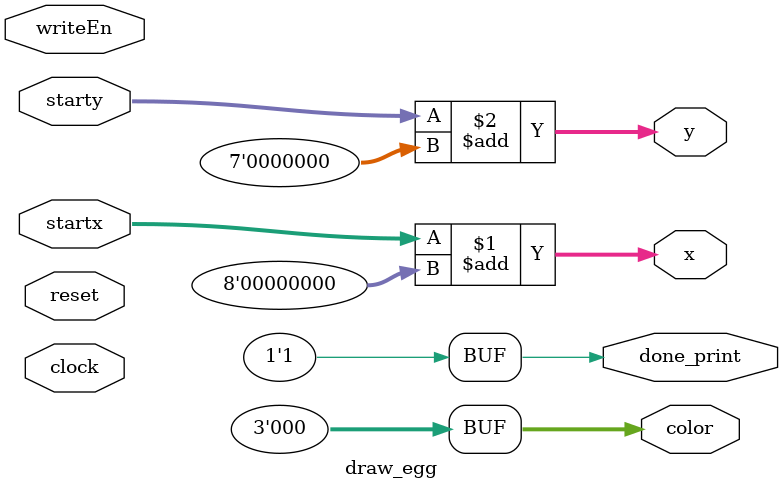
<source format=v>
module draw_egg (x, y, startx, starty, color, clock, writeEn, reset, done_print);

	input clock;
	input writeEn;
	input reset;
	input [7:0] startx;
	input [6:0] starty;
	output [7:0] x;
	output [6:0] y;
	output done_print;
	output [2:0] color;
	
	assign x = startx + 8'b0;
	assign y = starty + 7'b0;
	assign color = 3'b000;
	assign done_print = 1;
	
endmodule

</source>
